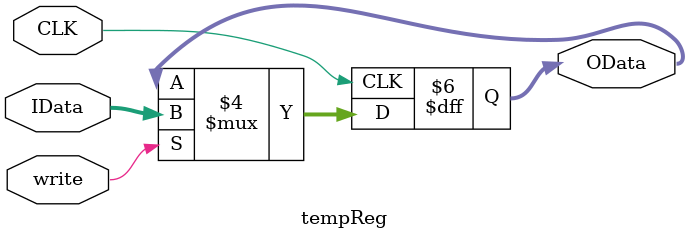
<source format=v>
`timescale 1ns / 1ps


module tempReg(
        input CLK,
        input [31:0] IData,
        input write,
        output reg[31:0] OData
    );

    initial begin 
        OData = 0;
    end

    always@(posedge CLK) begin
        if (write == 1) OData <= IData;
    end
endmodule

</source>
